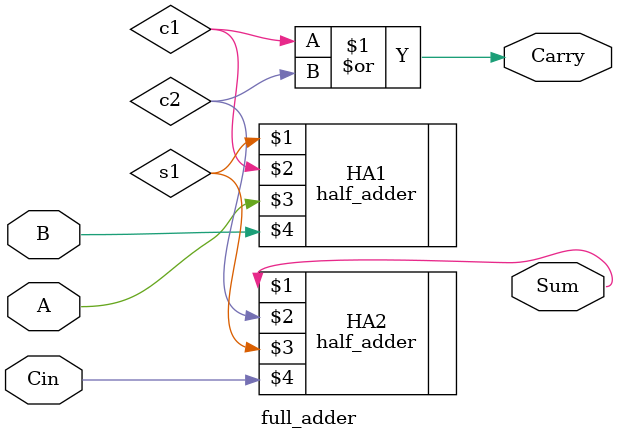
<source format=v>
module full_adder(
  output Sum, Carry,
  input A,B,Cin
);
  wire s1,c1,c2;
  
//instantiating the half_adder
  half_adder HA1(s1,c1,A,B);
  half_adder HA2(Sum,c2,s1,Cin);
  or g1(Carry,c1,c2);
  
endmodule

</source>
